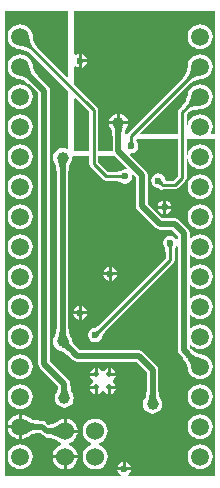
<source format=gbl>
G04*
G04 #@! TF.GenerationSoftware,Altium Limited,Altium Designer,19.0.10 (269)*
G04*
G04 Layer_Physical_Order=2*
G04 Layer_Color=16711680*
%FSLAX44Y44*%
%MOMM*%
G71*
G01*
G75*
%ADD11C,0.2500*%
%ADD12C,0.2540*%
%ADD40C,0.5000*%
%ADD41C,1.5240*%
%ADD42C,1.5000*%
%ADD43C,1.0000*%
%ADD44C,0.6000*%
%ADD45C,0.5000*%
G36*
X24166Y375408D02*
X24722Y372728D01*
X25060Y371527D01*
X25438Y370419D01*
X25856Y369404D01*
X26314Y368481D01*
X26811Y367652D01*
X27349Y366915D01*
X27926Y366272D01*
X26158Y364504D01*
X25515Y365081D01*
X24778Y365619D01*
X23949Y366116D01*
X23026Y366574D01*
X22011Y366992D01*
X20903Y367370D01*
X19702Y367708D01*
X17022Y368264D01*
X15543Y368483D01*
X23947Y376887D01*
X24166Y375408D01*
D02*
G37*
G36*
X57150Y342058D02*
X55977Y341572D01*
X30912Y366636D01*
X30884Y366777D01*
X30812Y367287D01*
X30769Y367359D01*
X30752Y367442D01*
X30466Y367870D01*
X30203Y368314D01*
X29729Y368843D01*
X29363Y369344D01*
X29000Y369950D01*
X28644Y370667D01*
X28303Y371495D01*
X27982Y372436D01*
X27695Y373454D01*
X27179Y375942D01*
X26973Y377334D01*
X26880Y377595D01*
X26740Y378661D01*
X25682Y381215D01*
X23999Y383409D01*
X21805Y385092D01*
X19251Y386150D01*
X16510Y386511D01*
X13769Y386150D01*
X11215Y385092D01*
X9021Y383409D01*
X7338Y381215D01*
X6280Y378661D01*
X5919Y375920D01*
X6280Y373179D01*
X7338Y370625D01*
X9021Y368431D01*
X11215Y366748D01*
X13769Y365690D01*
X14835Y365550D01*
X15096Y365457D01*
X16487Y365251D01*
X18976Y364735D01*
X19994Y364448D01*
X20935Y364127D01*
X21763Y363786D01*
X22480Y363430D01*
X23087Y363066D01*
X23587Y362701D01*
X24116Y362227D01*
X24559Y361964D01*
X24988Y361678D01*
X25071Y361661D01*
X25143Y361618D01*
X25653Y361545D01*
X25794Y361517D01*
X57150Y330161D01*
Y281287D01*
X55880Y280640D01*
X54373Y281264D01*
X52285Y281539D01*
X50197Y281264D01*
X48250Y280458D01*
X46579Y279176D01*
X45297Y277505D01*
X44491Y275558D01*
X44216Y273470D01*
X44491Y271382D01*
X45297Y269436D01*
X45714Y268892D01*
X45801Y268689D01*
X45992Y268412D01*
X46100Y268214D01*
X46215Y267948D01*
X46331Y267612D01*
X46440Y267203D01*
X46536Y266724D01*
X46611Y266209D01*
X46714Y264850D01*
X46727Y264087D01*
X46848Y263529D01*
X46959Y262969D01*
X46974Y262947D01*
X46980Y262921D01*
X47305Y262452D01*
X47391Y262323D01*
Y129042D01*
X47305Y128913D01*
X46980Y128444D01*
X46974Y128418D01*
X46959Y128396D01*
X46848Y127836D01*
X46727Y127278D01*
X46714Y126515D01*
X46611Y125156D01*
X46536Y124641D01*
X46440Y124162D01*
X46331Y123753D01*
X46215Y123417D01*
X46100Y123151D01*
X45992Y122953D01*
X45801Y122676D01*
X45714Y122473D01*
X45297Y121930D01*
X44491Y119983D01*
X44216Y117895D01*
X44491Y115807D01*
X45297Y113861D01*
X46579Y112189D01*
X48250Y110907D01*
X50197Y110101D01*
X50876Y110012D01*
X51081Y109930D01*
X51412Y109868D01*
X51628Y109805D01*
X51898Y109699D01*
X52217Y109542D01*
X52583Y109331D01*
X52990Y109060D01*
X53407Y108749D01*
X54441Y107860D01*
X54989Y107330D01*
X55469Y107021D01*
X55944Y106704D01*
X55970Y106699D01*
X55993Y106684D01*
X56555Y106582D01*
X56707Y106552D01*
X61309Y101949D01*
X62897Y100889D01*
X64770Y100516D01*
X114813D01*
X123616Y91713D01*
Y75917D01*
X123530Y75788D01*
X123205Y75319D01*
X123199Y75293D01*
X123184Y75271D01*
X123073Y74711D01*
X122952Y74153D01*
X122939Y73390D01*
X122836Y72031D01*
X122761Y71516D01*
X122665Y71037D01*
X122556Y70628D01*
X122440Y70292D01*
X122325Y70026D01*
X122217Y69828D01*
X122026Y69551D01*
X121939Y69348D01*
X121522Y68804D01*
X120716Y66858D01*
X120441Y64770D01*
X120716Y62682D01*
X121522Y60736D01*
X122804Y59064D01*
X124475Y57782D01*
X126422Y56976D01*
X128510Y56701D01*
X130598Y56976D01*
X132544Y57782D01*
X134216Y59064D01*
X135498Y60736D01*
X136304Y62682D01*
X136579Y64770D01*
X136304Y66858D01*
X135498Y68804D01*
X135081Y69348D01*
X134994Y69551D01*
X134803Y69828D01*
X134695Y70026D01*
X134580Y70292D01*
X134464Y70628D01*
X134355Y71037D01*
X134259Y71516D01*
X134184Y72031D01*
X134081Y73390D01*
X134068Y74153D01*
X133947Y74711D01*
X133836Y75271D01*
X133821Y75293D01*
X133815Y75319D01*
X133490Y75788D01*
X133404Y75917D01*
Y93740D01*
X133032Y95613D01*
X131971Y97201D01*
X120301Y108871D01*
X118713Y109931D01*
X116840Y110304D01*
X66797D01*
X63628Y113473D01*
X63597Y113625D01*
X63496Y114187D01*
X63481Y114210D01*
X63476Y114236D01*
X63159Y114711D01*
X62850Y115191D01*
X62320Y115739D01*
X61431Y116773D01*
X61120Y117190D01*
X60849Y117597D01*
X60638Y117963D01*
X60481Y118282D01*
X60375Y118552D01*
X60312Y118768D01*
X60251Y119099D01*
X60168Y119304D01*
X60079Y119983D01*
X59273Y121930D01*
X58856Y122473D01*
X58769Y122676D01*
X58578Y122953D01*
X58470Y123151D01*
X58355Y123417D01*
X58239Y123753D01*
X58130Y124162D01*
X58034Y124641D01*
X57959Y125156D01*
X57856Y126515D01*
X57843Y127278D01*
X57722Y127836D01*
X57611Y128396D01*
X57596Y128418D01*
X57590Y128444D01*
X57265Y128913D01*
X57179Y129042D01*
Y262323D01*
X57265Y262452D01*
X57590Y262921D01*
X57596Y262947D01*
X57611Y262969D01*
X57722Y263529D01*
X57843Y264087D01*
X57856Y264850D01*
X57959Y266209D01*
X58034Y266724D01*
X58130Y267204D01*
X58239Y267612D01*
X58355Y267948D01*
X58470Y268214D01*
X58578Y268412D01*
X58769Y268689D01*
X58856Y268892D01*
X59273Y269436D01*
X60079Y271382D01*
X60354Y273470D01*
X60249Y274268D01*
X61086Y275222D01*
X75121D01*
Y267970D01*
X75396Y266585D01*
X76181Y265411D01*
X86576Y255016D01*
X87750Y254231D01*
X89135Y253955D01*
X97829D01*
X97987Y253850D01*
X98446Y253527D01*
X98482Y253519D01*
X98512Y253499D01*
X99063Y253389D01*
X99611Y253267D01*
X100010Y253258D01*
X100309Y253236D01*
X100577Y253201D01*
X100814Y253156D01*
X101022Y253104D01*
X101202Y253045D01*
X101358Y252981D01*
X101492Y252915D01*
X101609Y252845D01*
X101813Y252701D01*
X102088Y252578D01*
X103069Y251923D01*
X105410Y251457D01*
X107751Y251923D01*
X109736Y253249D01*
X111062Y255234D01*
X111528Y257575D01*
X111369Y258374D01*
X112539Y259000D01*
X114486Y257053D01*
Y232410D01*
X114859Y230537D01*
X115919Y228949D01*
X131159Y213709D01*
X132747Y212649D01*
X134620Y212276D01*
X145293D01*
X150046Y207523D01*
Y204724D01*
X148776Y204339D01*
X147836Y205746D01*
X145851Y207072D01*
X143510Y207537D01*
X141169Y207072D01*
X139184Y205746D01*
X137858Y203761D01*
X137393Y201420D01*
X137858Y199079D01*
X138512Y198100D01*
X138635Y197825D01*
X138774Y197628D01*
X138838Y197519D01*
X138902Y197390D01*
X138963Y197238D01*
X139020Y197059D01*
X139072Y196851D01*
X139109Y196652D01*
X139174Y195996D01*
X139182Y195632D01*
X139304Y195083D01*
X139414Y194531D01*
X139434Y194502D01*
X139442Y194467D01*
X139765Y194006D01*
X139870Y193849D01*
Y188198D01*
X82790Y131117D01*
X82603Y131080D01*
X82050Y130983D01*
X82020Y130964D01*
X81985Y130957D01*
X81517Y130645D01*
X81043Y130343D01*
X80750Y130064D01*
X80520Y129865D01*
X80304Y129697D01*
X80103Y129559D01*
X79919Y129448D01*
X79752Y129362D01*
X79601Y129298D01*
X79465Y129252D01*
X79342Y129220D01*
X79105Y129179D01*
X78824Y129072D01*
X77669Y128842D01*
X75684Y127516D01*
X74358Y125531D01*
X73892Y123190D01*
X74358Y120849D01*
X75684Y118864D01*
X77669Y117538D01*
X80010Y117072D01*
X82351Y117538D01*
X84336Y118864D01*
X85662Y120849D01*
X85892Y122004D01*
X85999Y122285D01*
X86040Y122522D01*
X86072Y122645D01*
X86118Y122781D01*
X86182Y122931D01*
X86269Y123099D01*
X86379Y123283D01*
X86494Y123450D01*
X86911Y123959D01*
X87163Y124223D01*
X87465Y124697D01*
X87777Y125165D01*
X87784Y125200D01*
X87803Y125230D01*
X87900Y125784D01*
X87937Y125970D01*
X146084Y184116D01*
X146873Y185297D01*
X147150Y186690D01*
Y193849D01*
X147255Y194006D01*
X147578Y194467D01*
X147586Y194502D01*
X147606Y194531D01*
X147716Y195083D01*
X147838Y195632D01*
X147847Y196036D01*
X147869Y196340D01*
X147903Y196611D01*
X147948Y196851D01*
X148000Y197059D01*
X148057Y197238D01*
X148118Y197390D01*
X148182Y197519D01*
X148246Y197628D01*
X148385Y197825D01*
X148508Y198100D01*
X148776Y198501D01*
X150046Y198116D01*
Y110490D01*
X150419Y108617D01*
X151479Y107029D01*
X153861Y104648D01*
X153887Y104516D01*
X153978Y103974D01*
X154003Y103933D01*
X154013Y103885D01*
X154318Y103428D01*
X154609Y102962D01*
X155291Y102235D01*
X155850Y101558D01*
X156352Y100858D01*
X156802Y100135D01*
X157199Y99385D01*
X157547Y98607D01*
X157844Y97798D01*
X158092Y96955D01*
X158291Y96075D01*
X158453Y95067D01*
X158542Y94825D01*
X158680Y93779D01*
X159738Y91225D01*
X161421Y89031D01*
X163615Y87348D01*
X166169Y86290D01*
X168910Y85929D01*
X171651Y86290D01*
X174205Y87348D01*
X176399Y89031D01*
X178082Y91225D01*
X179140Y93779D01*
X179501Y96520D01*
X179140Y99261D01*
X178082Y101815D01*
X176399Y104009D01*
X174205Y105692D01*
X171651Y106750D01*
X170605Y106888D01*
X170363Y106977D01*
X169355Y107140D01*
X168475Y107338D01*
X167632Y107586D01*
X166823Y107883D01*
X166045Y108231D01*
X165295Y108628D01*
X164572Y109078D01*
X163872Y109581D01*
X163194Y110139D01*
X162468Y110821D01*
X162002Y111112D01*
X161545Y111417D01*
X161497Y111426D01*
X161455Y111452D01*
X160913Y111543D01*
X160783Y111569D01*
X159834Y112517D01*
Y114524D01*
X161037Y114933D01*
X161421Y114431D01*
X163615Y112748D01*
X166169Y111690D01*
X168910Y111329D01*
X171651Y111690D01*
X174205Y112748D01*
X176399Y114431D01*
X178082Y116625D01*
X179140Y119179D01*
X179501Y121920D01*
X179140Y124661D01*
X178082Y127215D01*
X176399Y129409D01*
X174205Y131092D01*
X171651Y132150D01*
X168910Y132511D01*
X166169Y132150D01*
X163615Y131092D01*
X161421Y129409D01*
X161037Y128907D01*
X159834Y129316D01*
Y139924D01*
X161037Y140333D01*
X161421Y139831D01*
X163615Y138148D01*
X166169Y137090D01*
X168910Y136729D01*
X171651Y137090D01*
X174205Y138148D01*
X176399Y139831D01*
X178082Y142025D01*
X179140Y144579D01*
X179501Y147320D01*
X179140Y150061D01*
X178082Y152615D01*
X176399Y154809D01*
X174205Y156492D01*
X171651Y157550D01*
X168910Y157911D01*
X166169Y157550D01*
X163615Y156492D01*
X161421Y154809D01*
X161037Y154307D01*
X159834Y154716D01*
Y165324D01*
X161037Y165733D01*
X161421Y165231D01*
X163615Y163548D01*
X166169Y162490D01*
X168910Y162129D01*
X171651Y162490D01*
X174205Y163548D01*
X176399Y165231D01*
X178082Y167425D01*
X179140Y169979D01*
X179501Y172720D01*
X179140Y175461D01*
X178082Y178015D01*
X176399Y180209D01*
X174205Y181892D01*
X171651Y182950D01*
X168910Y183311D01*
X166169Y182950D01*
X163615Y181892D01*
X161421Y180209D01*
X161037Y179707D01*
X159834Y180116D01*
Y190724D01*
X161037Y191133D01*
X161421Y190631D01*
X163615Y188948D01*
X166169Y187890D01*
X168910Y187529D01*
X171651Y187890D01*
X174205Y188948D01*
X176399Y190631D01*
X178082Y192825D01*
X179140Y195379D01*
X179501Y198120D01*
X179140Y200861D01*
X178082Y203415D01*
X176399Y205609D01*
X174205Y207292D01*
X171651Y208350D01*
X168910Y208711D01*
X166169Y208350D01*
X163615Y207292D01*
X161421Y205609D01*
X161037Y205107D01*
X159834Y205516D01*
Y209550D01*
X159461Y211423D01*
X158401Y213011D01*
X150781Y220631D01*
X149193Y221691D01*
X147320Y222064D01*
X136647D01*
X124274Y234437D01*
Y259080D01*
X123902Y260953D01*
X122841Y262541D01*
X109359Y276023D01*
X109984Y277193D01*
X110490Y277092D01*
X112831Y277558D01*
X114816Y278884D01*
X116142Y280869D01*
X116608Y283210D01*
X116142Y285551D01*
X115487Y286531D01*
X115364Y286807D01*
X115219Y287011D01*
X115150Y287128D01*
X115083Y287262D01*
X115020Y287418D01*
X114961Y287598D01*
X114909Y287806D01*
X114872Y288002D01*
X114843Y288290D01*
X115410Y289182D01*
X115681Y289422D01*
X115976Y289560D01*
X150050D01*
Y258039D01*
X145821Y253810D01*
X139898D01*
X139844Y253893D01*
X139759Y254045D01*
X139688Y254195D01*
X139629Y254344D01*
X139581Y254496D01*
X139543Y254653D01*
X139498Y254919D01*
X139387Y255208D01*
X139162Y256341D01*
X137836Y258326D01*
X135851Y259652D01*
X133510Y260117D01*
X131169Y259652D01*
X129184Y258326D01*
X127858Y256341D01*
X127393Y254000D01*
X127858Y251659D01*
X129184Y249674D01*
X131169Y248348D01*
X132302Y248123D01*
X132591Y248012D01*
X132857Y247967D01*
X133014Y247929D01*
X133166Y247881D01*
X133315Y247822D01*
X133465Y247751D01*
X133617Y247666D01*
X133773Y247565D01*
X133934Y247445D01*
X134101Y247304D01*
X134334Y247084D01*
X134803Y246789D01*
X135266Y246480D01*
X135308Y246472D01*
X135345Y246449D01*
X135891Y246356D01*
X136436Y246247D01*
X136479Y246256D01*
X136521Y246248D01*
X137062Y246372D01*
X137607Y246480D01*
X137643Y246504D01*
X137685Y246514D01*
X137765Y246570D01*
X147320D01*
X148705Y246846D01*
X149879Y247631D01*
X156229Y253981D01*
X157014Y255155D01*
X157289Y256540D01*
Y272413D01*
X158560Y272496D01*
X158680Y271579D01*
X159738Y269025D01*
X161421Y266831D01*
X163615Y265148D01*
X166169Y264090D01*
X168910Y263729D01*
X171651Y264090D01*
X174205Y265148D01*
X176399Y266831D01*
X178082Y269025D01*
X179140Y271579D01*
X179501Y274320D01*
X179140Y277061D01*
X178082Y279615D01*
X176399Y281809D01*
X174205Y283492D01*
X171651Y284550D01*
X168910Y284911D01*
X166169Y284550D01*
X163615Y283492D01*
X161421Y281809D01*
X159738Y279615D01*
X158680Y277061D01*
X158560Y276144D01*
X157289Y276227D01*
Y289560D01*
X166001D01*
X166169Y289490D01*
X168910Y289129D01*
X171651Y289490D01*
X171819Y289560D01*
X181610D01*
Y3640D01*
X107913D01*
X107528Y4910D01*
X108911Y5834D01*
X110237Y7819D01*
X110454Y8910D01*
X98716D01*
X98933Y7819D01*
X100259Y5834D01*
X101643Y4910D01*
X101257Y3640D01*
X3810D01*
Y397680D01*
X57150D01*
Y342058D01*
D02*
G37*
G36*
X169877Y343083D02*
X168398Y342864D01*
X165718Y342308D01*
X164517Y341970D01*
X163409Y341592D01*
X162394Y341174D01*
X161471Y340716D01*
X160642Y340219D01*
X159905Y339681D01*
X159262Y339104D01*
X157494Y340872D01*
X158071Y341515D01*
X158609Y342252D01*
X159106Y343081D01*
X159564Y344004D01*
X159982Y345019D01*
X160360Y346127D01*
X160698Y347328D01*
X161254Y350008D01*
X161473Y351487D01*
X169877Y343083D01*
D02*
G37*
G36*
X169142Y317624D02*
X167537Y317548D01*
X164664Y317250D01*
X163396Y317029D01*
X162240Y316758D01*
X161197Y316439D01*
X160265Y316071D01*
X159446Y315655D01*
X158740Y315190D01*
X158146Y314676D01*
X156738Y316804D01*
X157381Y317499D01*
X157989Y318261D01*
X158563Y319092D01*
X159102Y319992D01*
X159606Y320960D01*
X160075Y321996D01*
X160910Y324273D01*
X161275Y325514D01*
X161606Y326823D01*
X169142Y317624D01*
D02*
G37*
G36*
X181610Y293370D02*
X178686D01*
X178171Y294640D01*
X179140Y296979D01*
X179501Y299720D01*
X179140Y302461D01*
X178082Y305015D01*
X176399Y307209D01*
X174205Y308892D01*
X171651Y309950D01*
X168910Y310311D01*
X166169Y309950D01*
X163615Y308892D01*
X161421Y307209D01*
X159738Y305015D01*
X158680Y302461D01*
X158560Y301544D01*
X157289Y301627D01*
Y310469D01*
X158495Y311674D01*
X158728Y311673D01*
X158912Y311748D01*
X159108Y311773D01*
X159459Y311972D01*
X159833Y312125D01*
X159974Y312264D01*
X160146Y312362D01*
X160589Y312745D01*
X160985Y313006D01*
X161523Y313279D01*
X162207Y313550D01*
X163036Y313803D01*
X164008Y314030D01*
X165085Y314219D01*
X167767Y314497D01*
X168792Y314545D01*
X168910Y314529D01*
X169159Y314562D01*
X169286Y314568D01*
X169378Y314591D01*
X171651Y314890D01*
X174205Y315948D01*
X176399Y317631D01*
X178082Y319825D01*
X179140Y322379D01*
X179501Y325120D01*
X179140Y327861D01*
X178082Y330415D01*
X176399Y332609D01*
X174205Y334292D01*
X171651Y335350D01*
X168910Y335711D01*
X166169Y335350D01*
X163615Y334292D01*
X161421Y332609D01*
X159738Y330415D01*
X158680Y327861D01*
X158643Y327578D01*
X158640Y327572D01*
X158324Y326320D01*
X158004Y325232D01*
X157242Y323155D01*
X156854Y322298D01*
X156431Y321486D01*
X155989Y320748D01*
X155532Y320085D01*
X155060Y319494D01*
X154494Y318882D01*
X154370Y318681D01*
X154203Y318516D01*
X154061Y318178D01*
X153869Y317865D01*
X153832Y317633D01*
X153741Y317415D01*
X153740Y317157D01*
X151111Y314527D01*
X150326Y313353D01*
X150050Y311968D01*
Y293370D01*
X118538Y293370D01*
X118052Y294543D01*
X159626Y336118D01*
X159767Y336146D01*
X160277Y336218D01*
X160349Y336261D01*
X160432Y336278D01*
X160860Y336564D01*
X161304Y336827D01*
X161833Y337301D01*
X162334Y337667D01*
X162940Y338031D01*
X163657Y338386D01*
X164485Y338727D01*
X165426Y339048D01*
X166444Y339335D01*
X168932Y339851D01*
X170324Y340057D01*
X170585Y340150D01*
X171651Y340290D01*
X174205Y341348D01*
X176399Y343031D01*
X178082Y345225D01*
X179140Y347779D01*
X179501Y350520D01*
X179140Y353261D01*
X178082Y355815D01*
X176399Y358009D01*
X174205Y359692D01*
X171651Y360750D01*
X168910Y361111D01*
X166169Y360750D01*
X163615Y359692D01*
X161421Y358009D01*
X159738Y355815D01*
X158680Y353261D01*
X158540Y352196D01*
X158447Y351934D01*
X158241Y350543D01*
X157725Y348054D01*
X157438Y347036D01*
X157117Y346095D01*
X156776Y345267D01*
X156420Y344550D01*
X156056Y343943D01*
X155691Y343443D01*
X155217Y342914D01*
X154954Y342471D01*
X154668Y342042D01*
X154651Y341959D01*
X154608Y341887D01*
X154536Y341377D01*
X154508Y341236D01*
X107931Y294659D01*
X107428Y293908D01*
X106116Y293692D01*
X105902Y293735D01*
X105698Y293889D01*
X105209Y294640D01*
X105284Y295639D01*
X105359Y296154D01*
X105455Y296633D01*
X105564Y297042D01*
X105680Y297378D01*
X105795Y297644D01*
X105903Y297841D01*
X106094Y298119D01*
X106181Y298322D01*
X106598Y298865D01*
X107404Y300812D01*
X107514Y301650D01*
X91706D01*
X91816Y300812D01*
X92622Y298865D01*
X93039Y298322D01*
X93126Y298119D01*
X93316Y297841D01*
X93425Y297644D01*
X93540Y297378D01*
X93656Y297042D01*
X93765Y296633D01*
X93861Y296154D01*
X93936Y295639D01*
X94038Y294280D01*
X94052Y293517D01*
X94173Y292959D01*
X94284Y292399D01*
X94299Y292377D01*
X94305Y292351D01*
X94630Y291882D01*
X94716Y291753D01*
Y279400D01*
X82360Y279400D01*
Y313690D01*
X82084Y315075D01*
X81299Y316249D01*
X62230Y335319D01*
Y350291D01*
X63500Y350930D01*
X64969Y349948D01*
X66060Y349731D01*
Y355600D01*
Y361469D01*
X64969Y361252D01*
X63500Y360270D01*
X62230Y360909D01*
Y397680D01*
X181610D01*
X181610Y293370D01*
D02*
G37*
G36*
X103294Y299445D02*
X103046Y298991D01*
X102826Y298487D01*
X102636Y297934D01*
X102476Y297330D01*
X102344Y296677D01*
X102241Y295975D01*
X102125Y294421D01*
X102110Y293570D01*
X97110D01*
X97095Y294421D01*
X96978Y295975D01*
X96876Y296677D01*
X96744Y297330D01*
X96584Y297934D01*
X96394Y298487D01*
X96174Y298991D01*
X95926Y299445D01*
X95648Y299850D01*
X103572D01*
X103294Y299445D01*
D02*
G37*
G36*
X111751Y288460D02*
X111841Y287565D01*
X111920Y287146D01*
X112022Y286746D01*
X112146Y286366D01*
X112292Y286006D01*
X112461Y285665D01*
X112653Y285343D01*
X112867Y285040D01*
X108113D01*
X108327Y285343D01*
X108519Y285665D01*
X108688Y286006D01*
X108834Y286366D01*
X108958Y286746D01*
X109060Y287146D01*
X109138Y287565D01*
X109195Y288003D01*
X109229Y288460D01*
X109240Y288937D01*
X111740D01*
X111751Y288460D01*
D02*
G37*
G36*
X75121Y312191D02*
Y279400D01*
X62230Y279400D01*
Y323422D01*
X63403Y323908D01*
X75121Y312191D01*
D02*
G37*
G36*
X55969Y270015D02*
X55721Y269561D01*
X55501Y269057D01*
X55311Y268504D01*
X55150Y267900D01*
X55019Y267248D01*
X54917Y266545D01*
X54800Y264991D01*
X54785Y264140D01*
X49785D01*
X49770Y264991D01*
X49653Y266545D01*
X49551Y267248D01*
X49419Y267900D01*
X49259Y268504D01*
X49069Y269057D01*
X48849Y269561D01*
X48601Y270015D01*
X48323Y270420D01*
X56247D01*
X55969Y270015D01*
D02*
G37*
G36*
X106835Y264704D02*
X106209Y263534D01*
X105410Y263692D01*
X103069Y263227D01*
X102089Y262572D01*
X101813Y262449D01*
X101609Y262304D01*
X101492Y262235D01*
X101358Y262168D01*
X101202Y262105D01*
X101022Y262046D01*
X100814Y261994D01*
X100618Y261957D01*
X99970Y261891D01*
X99611Y261883D01*
X99063Y261761D01*
X98512Y261651D01*
X98482Y261630D01*
X98446Y261623D01*
X97986Y261300D01*
X97829Y261194D01*
X90634D01*
X82360Y269469D01*
Y275222D01*
X96316D01*
X106835Y264704D01*
D02*
G37*
G36*
X103580Y255198D02*
X103278Y255412D01*
X102956Y255604D01*
X102614Y255773D01*
X102254Y255919D01*
X101874Y256043D01*
X101474Y256145D01*
X101055Y256224D01*
X100617Y256280D01*
X100160Y256314D01*
X99683Y256325D01*
Y258825D01*
X100160Y258836D01*
X101055Y258926D01*
X101474Y259005D01*
X101874Y259107D01*
X102254Y259231D01*
X102614Y259377D01*
X102956Y259546D01*
X103278Y259738D01*
X103580Y259952D01*
Y255198D01*
D02*
G37*
G36*
X136545Y254036D02*
X136633Y253675D01*
X136744Y253322D01*
X136880Y252977D01*
X137040Y252640D01*
X137224Y252311D01*
X137433Y251990D01*
X137665Y251677D01*
X137922Y251371D01*
X138204Y251074D01*
X136436Y249306D01*
X136139Y249587D01*
X135833Y249845D01*
X135520Y250077D01*
X135199Y250286D01*
X134870Y250470D01*
X134532Y250630D01*
X134188Y250766D01*
X133835Y250877D01*
X133474Y250965D01*
X133105Y251027D01*
X136483Y254405D01*
X136545Y254036D01*
D02*
G37*
G36*
X145677Y199292D02*
X145489Y198974D01*
X145323Y198636D01*
X145179Y198277D01*
X145057Y197899D01*
X144957Y197500D01*
X144880Y197081D01*
X144824Y196642D01*
X144791Y196182D01*
X144780Y195702D01*
X142240D01*
X142229Y196182D01*
X142140Y197081D01*
X142063Y197500D01*
X141963Y197899D01*
X141841Y198277D01*
X141698Y198636D01*
X141531Y198974D01*
X141343Y199292D01*
X141133Y199590D01*
X145887D01*
X145677Y199292D01*
D02*
G37*
G36*
X84951Y126335D02*
X84620Y125988D01*
X84047Y125290D01*
X83805Y124939D01*
X83594Y124586D01*
X83412Y124232D01*
X83260Y123877D01*
X83139Y123520D01*
X83047Y123162D01*
X82985Y122803D01*
X79623Y126165D01*
X79982Y126227D01*
X80340Y126319D01*
X80697Y126440D01*
X81052Y126592D01*
X81406Y126774D01*
X81759Y126985D01*
X82110Y127227D01*
X82460Y127498D01*
X82808Y127800D01*
X83155Y128131D01*
X84951Y126335D01*
D02*
G37*
G36*
X54800Y126374D02*
X54917Y124820D01*
X55019Y124117D01*
X55150Y123465D01*
X55311Y122861D01*
X55501Y122308D01*
X55721Y121804D01*
X55969Y121350D01*
X56247Y120945D01*
X48323D01*
X48601Y121350D01*
X48849Y121804D01*
X49069Y122308D01*
X49259Y122861D01*
X49419Y123465D01*
X49551Y124117D01*
X49653Y124820D01*
X49770Y126374D01*
X49785Y127225D01*
X54785D01*
X54800Y126374D01*
D02*
G37*
G36*
X57333Y118057D02*
X57478Y117560D01*
X57680Y117049D01*
X57937Y116523D01*
X58250Y115983D01*
X58618Y115428D01*
X59043Y114859D01*
X60058Y113678D01*
X60650Y113065D01*
X57115Y109530D01*
X56502Y110121D01*
X55321Y111138D01*
X54752Y111562D01*
X54197Y111931D01*
X53657Y112243D01*
X53131Y112500D01*
X52620Y112702D01*
X52123Y112847D01*
X51640Y112937D01*
X57243Y118540D01*
X57333Y118057D01*
D02*
G37*
G36*
X161173Y107842D02*
X162004Y107156D01*
X162870Y106534D01*
X163770Y105975D01*
X164703Y105480D01*
X165670Y105048D01*
X166671Y104680D01*
X167706Y104376D01*
X168775Y104135D01*
X169877Y103957D01*
X161473Y95553D01*
X161295Y96655D01*
X161054Y97724D01*
X160750Y98759D01*
X160382Y99760D01*
X159950Y100727D01*
X159455Y101660D01*
X158896Y102560D01*
X158274Y103426D01*
X157588Y104257D01*
X156839Y105056D01*
X160375Y108591D01*
X161173Y107842D01*
D02*
G37*
G36*
X131025Y73249D02*
X131142Y71695D01*
X131244Y70992D01*
X131376Y70340D01*
X131536Y69736D01*
X131726Y69183D01*
X131946Y68679D01*
X132194Y68225D01*
X132472Y67820D01*
X124548D01*
X124826Y68225D01*
X125074Y68679D01*
X125294Y69183D01*
X125484Y69736D01*
X125645Y70340D01*
X125776Y70992D01*
X125878Y71695D01*
X125995Y73249D01*
X126010Y74100D01*
X131010D01*
X131025Y73249D01*
D02*
G37*
%LPC*%
G36*
X16510Y335711D02*
X13769Y335350D01*
X11215Y334292D01*
X9021Y332609D01*
X7338Y330415D01*
X6280Y327861D01*
X5919Y325120D01*
X6280Y322379D01*
X7338Y319825D01*
X9021Y317631D01*
X11215Y315948D01*
X13769Y314890D01*
X16510Y314529D01*
X19251Y314890D01*
X21805Y315948D01*
X23999Y317631D01*
X25682Y319825D01*
X26740Y322379D01*
X27101Y325120D01*
X26740Y327861D01*
X25682Y330415D01*
X23999Y332609D01*
X21805Y334292D01*
X19251Y335350D01*
X16510Y335711D01*
D02*
G37*
G36*
Y310311D02*
X13769Y309950D01*
X11215Y308892D01*
X9021Y307209D01*
X7338Y305015D01*
X6280Y302461D01*
X5919Y299720D01*
X6280Y296979D01*
X7338Y294425D01*
X9021Y292231D01*
X11215Y290548D01*
X13769Y289490D01*
X16510Y289129D01*
X19251Y289490D01*
X21805Y290548D01*
X23999Y292231D01*
X25682Y294425D01*
X26740Y296979D01*
X27101Y299720D01*
X26740Y302461D01*
X25682Y305015D01*
X23999Y307209D01*
X21805Y308892D01*
X19251Y309950D01*
X16510Y310311D01*
D02*
G37*
G36*
Y284911D02*
X13769Y284550D01*
X11215Y283492D01*
X9021Y281809D01*
X7338Y279615D01*
X6280Y277061D01*
X5919Y274320D01*
X6280Y271579D01*
X7338Y269025D01*
X9021Y266831D01*
X11215Y265148D01*
X13769Y264090D01*
X16510Y263729D01*
X19251Y264090D01*
X21805Y265148D01*
X23999Y266831D01*
X25682Y269025D01*
X26740Y271579D01*
X27101Y274320D01*
X26740Y277061D01*
X25682Y279615D01*
X23999Y281809D01*
X21805Y283492D01*
X19251Y284550D01*
X16510Y284911D01*
D02*
G37*
G36*
X168910Y259511D02*
X166169Y259150D01*
X163615Y258092D01*
X161421Y256409D01*
X159738Y254215D01*
X158680Y251661D01*
X158319Y248920D01*
X158680Y246179D01*
X159738Y243625D01*
X161421Y241431D01*
X163615Y239748D01*
X166169Y238690D01*
X168910Y238329D01*
X171651Y238690D01*
X174205Y239748D01*
X176399Y241431D01*
X178082Y243625D01*
X179140Y246179D01*
X179501Y248920D01*
X179140Y251661D01*
X178082Y254215D01*
X176399Y256409D01*
X174205Y258092D01*
X171651Y259150D01*
X168910Y259511D01*
D02*
G37*
G36*
X16510D02*
X13769Y259150D01*
X11215Y258092D01*
X9021Y256409D01*
X7338Y254215D01*
X6280Y251661D01*
X5919Y248920D01*
X6280Y246179D01*
X7338Y243625D01*
X9021Y241431D01*
X11215Y239748D01*
X13769Y238690D01*
X16510Y238329D01*
X19251Y238690D01*
X21805Y239748D01*
X23999Y241431D01*
X25682Y243625D01*
X26740Y246179D01*
X27101Y248920D01*
X26740Y251661D01*
X25682Y254215D01*
X23999Y256409D01*
X21805Y258092D01*
X19251Y259150D01*
X16510Y259511D01*
D02*
G37*
G36*
X139920Y237249D02*
Y232630D01*
X144539D01*
X144322Y233721D01*
X142996Y235706D01*
X141011Y237032D01*
X139920Y237249D01*
D02*
G37*
G36*
X137420D02*
X136329Y237032D01*
X134344Y235706D01*
X133018Y233721D01*
X132801Y232630D01*
X137420D01*
Y237249D01*
D02*
G37*
G36*
X144539Y230130D02*
X139920D01*
Y225511D01*
X141011Y225728D01*
X142996Y227054D01*
X144322Y229039D01*
X144539Y230130D01*
D02*
G37*
G36*
X137420D02*
X132801D01*
X133018Y229039D01*
X134344Y227054D01*
X136329Y225728D01*
X137420Y225511D01*
Y230130D01*
D02*
G37*
G36*
X168910Y234111D02*
X166169Y233750D01*
X163615Y232692D01*
X161421Y231009D01*
X159738Y228815D01*
X158680Y226261D01*
X158319Y223520D01*
X158680Y220779D01*
X159738Y218225D01*
X161421Y216031D01*
X163615Y214348D01*
X166169Y213290D01*
X168910Y212929D01*
X171651Y213290D01*
X174205Y214348D01*
X176399Y216031D01*
X178082Y218225D01*
X179140Y220779D01*
X179501Y223520D01*
X179140Y226261D01*
X178082Y228815D01*
X176399Y231009D01*
X174205Y232692D01*
X171651Y233750D01*
X168910Y234111D01*
D02*
G37*
G36*
X16510D02*
X13769Y233750D01*
X11215Y232692D01*
X9021Y231009D01*
X7338Y228815D01*
X6280Y226261D01*
X5919Y223520D01*
X6280Y220779D01*
X7338Y218225D01*
X9021Y216031D01*
X11215Y214348D01*
X13769Y213290D01*
X16510Y212929D01*
X19251Y213290D01*
X21805Y214348D01*
X23999Y216031D01*
X25682Y218225D01*
X26740Y220779D01*
X27101Y223520D01*
X26740Y226261D01*
X25682Y228815D01*
X23999Y231009D01*
X21805Y232692D01*
X19251Y233750D01*
X16510Y234111D01*
D02*
G37*
G36*
Y208711D02*
X13769Y208350D01*
X11215Y207292D01*
X9021Y205609D01*
X7338Y203415D01*
X6280Y200861D01*
X5919Y198120D01*
X6280Y195379D01*
X7338Y192825D01*
X9021Y190631D01*
X11215Y188948D01*
X13769Y187890D01*
X16510Y187529D01*
X19251Y187890D01*
X21805Y188948D01*
X23999Y190631D01*
X25682Y192825D01*
X26740Y195379D01*
X27101Y198120D01*
X26740Y200861D01*
X25682Y203415D01*
X23999Y205609D01*
X21805Y207292D01*
X19251Y208350D01*
X16510Y208711D01*
D02*
G37*
G36*
X93960Y181129D02*
Y176510D01*
X98579D01*
X98362Y177601D01*
X97036Y179586D01*
X95051Y180912D01*
X93960Y181129D01*
D02*
G37*
G36*
X91460D02*
X90369Y180912D01*
X88384Y179586D01*
X87058Y177601D01*
X86841Y176510D01*
X91460D01*
Y181129D01*
D02*
G37*
G36*
X98579Y174010D02*
X93960D01*
Y169391D01*
X95051Y169608D01*
X97036Y170934D01*
X98362Y172919D01*
X98579Y174010D01*
D02*
G37*
G36*
X91460D02*
X86841D01*
X87058Y172919D01*
X88384Y170934D01*
X90369Y169608D01*
X91460Y169391D01*
Y174010D01*
D02*
G37*
G36*
X16510Y183311D02*
X13769Y182950D01*
X11215Y181892D01*
X9021Y180209D01*
X7338Y178015D01*
X6280Y175461D01*
X5919Y172720D01*
X6280Y169979D01*
X7338Y167425D01*
X9021Y165231D01*
X11215Y163548D01*
X13769Y162490D01*
X16510Y162129D01*
X19251Y162490D01*
X21805Y163548D01*
X23999Y165231D01*
X25682Y167425D01*
X26740Y169979D01*
X27101Y172720D01*
X26740Y175461D01*
X25682Y178015D01*
X23999Y180209D01*
X21805Y181892D01*
X19251Y182950D01*
X16510Y183311D01*
D02*
G37*
G36*
X68560Y148109D02*
Y143490D01*
X73179D01*
X72962Y144581D01*
X71636Y146566D01*
X69651Y147892D01*
X68560Y148109D01*
D02*
G37*
G36*
X66060D02*
X64969Y147892D01*
X62984Y146566D01*
X61658Y144581D01*
X61441Y143490D01*
X66060D01*
Y148109D01*
D02*
G37*
G36*
X16510Y157911D02*
X13769Y157550D01*
X11215Y156492D01*
X9021Y154809D01*
X7338Y152615D01*
X6280Y150061D01*
X5919Y147320D01*
X6280Y144579D01*
X7338Y142025D01*
X9021Y139831D01*
X11215Y138148D01*
X13769Y137090D01*
X16510Y136729D01*
X19251Y137090D01*
X21805Y138148D01*
X23999Y139831D01*
X25682Y142025D01*
X26740Y144579D01*
X27101Y147320D01*
X26740Y150061D01*
X25682Y152615D01*
X23999Y154809D01*
X21805Y156492D01*
X19251Y157550D01*
X16510Y157911D01*
D02*
G37*
G36*
X73179Y140990D02*
X68560D01*
Y136371D01*
X69651Y136588D01*
X71636Y137914D01*
X72962Y139899D01*
X73179Y140990D01*
D02*
G37*
G36*
X66060D02*
X61441D01*
X61658Y139899D01*
X62984Y137914D01*
X64969Y136588D01*
X66060Y136371D01*
Y140990D01*
D02*
G37*
G36*
X16510Y132511D02*
X13769Y132150D01*
X11215Y131092D01*
X9021Y129409D01*
X7338Y127215D01*
X6280Y124661D01*
X5919Y121920D01*
X6280Y119179D01*
X7338Y116625D01*
X9021Y114431D01*
X11215Y112748D01*
X13769Y111690D01*
X16510Y111329D01*
X19251Y111690D01*
X21805Y112748D01*
X23999Y114431D01*
X25682Y116625D01*
X26740Y119179D01*
X27101Y121920D01*
X26740Y124661D01*
X25682Y127215D01*
X23999Y129409D01*
X21805Y131092D01*
X19251Y132150D01*
X16510Y132511D01*
D02*
G37*
G36*
X90610Y95319D02*
X89714Y95141D01*
X87895Y93925D01*
X87109Y92750D01*
X85611D01*
X84825Y93925D01*
X83006Y95141D01*
X82110Y95319D01*
Y89960D01*
X80860D01*
Y88710D01*
X75501D01*
X75679Y87814D01*
X76895Y85995D01*
X78070Y85209D01*
Y83711D01*
X76895Y82925D01*
X75679Y81106D01*
X75501Y80210D01*
X80860D01*
Y78960D01*
X82110D01*
Y73601D01*
X83006Y73779D01*
X84825Y74995D01*
X85611Y76170D01*
X87109D01*
X87895Y74995D01*
X89714Y73779D01*
X90610Y73601D01*
Y78960D01*
X91860D01*
Y80210D01*
X97219D01*
X97041Y81106D01*
X95825Y82925D01*
X94650Y83711D01*
Y85209D01*
X95825Y85995D01*
X97041Y87814D01*
X97219Y88710D01*
X91860D01*
Y89960D01*
X90610D01*
Y95319D01*
D02*
G37*
G36*
X93110D02*
Y91210D01*
X97219D01*
X97041Y92106D01*
X95825Y93925D01*
X94006Y95141D01*
X93110Y95319D01*
D02*
G37*
G36*
X79610D02*
X78714Y95141D01*
X76895Y93925D01*
X75679Y92106D01*
X75501Y91210D01*
X79610D01*
Y95319D01*
D02*
G37*
G36*
X16510Y107111D02*
X13769Y106750D01*
X11215Y105692D01*
X9021Y104009D01*
X7338Y101815D01*
X6280Y99261D01*
X5919Y96520D01*
X6280Y93779D01*
X7338Y91225D01*
X9021Y89031D01*
X11215Y87348D01*
X13769Y86290D01*
X16510Y85929D01*
X19251Y86290D01*
X21805Y87348D01*
X23999Y89031D01*
X25682Y91225D01*
X26740Y93779D01*
X27101Y96520D01*
X26740Y99261D01*
X25682Y101815D01*
X23999Y104009D01*
X21805Y105692D01*
X19251Y106750D01*
X16510Y107111D01*
D02*
G37*
G36*
X97219Y77710D02*
X93110D01*
Y73601D01*
X94006Y73779D01*
X95825Y74995D01*
X97041Y76814D01*
X97219Y77710D01*
D02*
G37*
G36*
X79610D02*
X75501D01*
X75679Y76814D01*
X76895Y74995D01*
X78714Y73779D01*
X79610Y73601D01*
Y77710D01*
D02*
G37*
G36*
X16510Y361111D02*
X13769Y360750D01*
X11215Y359692D01*
X9021Y358009D01*
X7338Y355815D01*
X6280Y353261D01*
X5919Y350520D01*
X6280Y347779D01*
X7338Y345225D01*
X9021Y343031D01*
X11215Y341348D01*
X13769Y340290D01*
X14815Y340153D01*
X15057Y340063D01*
X16065Y339901D01*
X16945Y339702D01*
X17788Y339454D01*
X18598Y339156D01*
X19375Y338809D01*
X20125Y338412D01*
X20848Y337962D01*
X21548Y337460D01*
X22226Y336901D01*
X22952Y336219D01*
X23418Y335928D01*
X23875Y335623D01*
X23923Y335614D01*
X23965Y335588D01*
X24507Y335497D01*
X24637Y335471D01*
X31936Y328173D01*
Y99060D01*
X32308Y97187D01*
X33369Y95599D01*
X48517Y80452D01*
X48480Y80399D01*
X48474Y80373D01*
X48459Y80351D01*
X48348Y79791D01*
X48227Y79233D01*
X48214Y78470D01*
X48111Y77111D01*
X48036Y76596D01*
X47940Y76116D01*
X47831Y75708D01*
X47715Y75372D01*
X47600Y75106D01*
X47492Y74908D01*
X47301Y74631D01*
X47214Y74428D01*
X46797Y73885D01*
X45991Y71938D01*
X45716Y69850D01*
X45991Y67762D01*
X46797Y65816D01*
X48079Y64144D01*
X49750Y62862D01*
X51697Y62056D01*
X53785Y61781D01*
X55873Y62056D01*
X57819Y62862D01*
X59491Y64144D01*
X60773Y65816D01*
X61579Y67762D01*
X61854Y69850D01*
X61579Y71938D01*
X60773Y73885D01*
X60356Y74428D01*
X60269Y74631D01*
X60078Y74908D01*
X59970Y75106D01*
X59855Y75372D01*
X59739Y75708D01*
X59630Y76117D01*
X59534Y76596D01*
X59459Y77111D01*
X59356Y78470D01*
X59343Y79233D01*
X59222Y79791D01*
X59111Y80351D01*
X59096Y80373D01*
X59090Y80399D01*
X58765Y80868D01*
X58679Y80997D01*
Y82105D01*
X58306Y83978D01*
X57246Y85566D01*
X41724Y101087D01*
Y330200D01*
X41351Y332073D01*
X40291Y333661D01*
X31559Y342393D01*
X31533Y342524D01*
X31442Y343066D01*
X31416Y343107D01*
X31407Y343155D01*
X31102Y343612D01*
X30811Y344078D01*
X30129Y344804D01*
X29570Y345482D01*
X29068Y346181D01*
X28618Y346905D01*
X28221Y347654D01*
X27873Y348433D01*
X27576Y349242D01*
X27328Y350085D01*
X27129Y350965D01*
X26967Y351973D01*
X26877Y352215D01*
X26740Y353261D01*
X25682Y355815D01*
X23999Y358009D01*
X21805Y359692D01*
X19251Y360750D01*
X16510Y361111D01*
D02*
G37*
G36*
X168910Y81711D02*
X166169Y81350D01*
X163615Y80292D01*
X161421Y78609D01*
X159738Y76415D01*
X158680Y73861D01*
X158319Y71120D01*
X158680Y68379D01*
X159738Y65825D01*
X161421Y63631D01*
X163615Y61948D01*
X166169Y60890D01*
X168910Y60529D01*
X171651Y60890D01*
X174205Y61948D01*
X176399Y63631D01*
X178082Y65825D01*
X179140Y68379D01*
X179501Y71120D01*
X179140Y73861D01*
X178082Y76415D01*
X176399Y78609D01*
X174205Y80292D01*
X171651Y81350D01*
X168910Y81711D01*
D02*
G37*
G36*
X16510D02*
X13769Y81350D01*
X11215Y80292D01*
X9021Y78609D01*
X7338Y76415D01*
X6280Y73861D01*
X5919Y71120D01*
X6280Y68379D01*
X7338Y65825D01*
X9021Y63631D01*
X11215Y61948D01*
X13769Y60890D01*
X16510Y60529D01*
X19251Y60890D01*
X21805Y61948D01*
X23999Y63631D01*
X25682Y65825D01*
X26740Y68379D01*
X27101Y71120D01*
X26740Y73861D01*
X25682Y76415D01*
X23999Y78609D01*
X21805Y80292D01*
X19251Y81350D01*
X16510Y81711D01*
D02*
G37*
G36*
X15260Y56146D02*
X13769Y55950D01*
X11215Y54892D01*
X9021Y53209D01*
X7338Y51015D01*
X6280Y48461D01*
X6084Y46970D01*
X15260D01*
Y56146D01*
D02*
G37*
G36*
X55860Y52457D02*
Y43160D01*
X65157D01*
X64957Y44682D01*
X63887Y47266D01*
X62184Y49484D01*
X59966Y51187D01*
X57382Y52257D01*
X55860Y52457D01*
D02*
G37*
G36*
X15260Y44470D02*
X6084D01*
X6280Y42979D01*
X7338Y40425D01*
X9021Y38231D01*
X11215Y36548D01*
X13769Y35490D01*
X15260Y35294D01*
Y44470D01*
D02*
G37*
G36*
X168910Y56311D02*
X166169Y55950D01*
X163615Y54892D01*
X161421Y53209D01*
X159738Y51015D01*
X158680Y48461D01*
X158319Y45720D01*
X158680Y42979D01*
X159738Y40425D01*
X161421Y38231D01*
X163615Y36548D01*
X166169Y35490D01*
X168910Y35129D01*
X171651Y35490D01*
X174205Y36548D01*
X176399Y38231D01*
X178082Y40425D01*
X179140Y42979D01*
X179501Y45720D01*
X179140Y48461D01*
X178082Y51015D01*
X176399Y53209D01*
X174205Y54892D01*
X171651Y55950D01*
X168910Y56311D01*
D02*
G37*
G36*
X17760Y56146D02*
Y45720D01*
Y35294D01*
X19251Y35490D01*
X21805Y36548D01*
X22642Y37191D01*
X22877Y37298D01*
X23705Y37896D01*
X24467Y38378D01*
X25238Y38799D01*
X26021Y39161D01*
X26817Y39465D01*
X27628Y39714D01*
X28457Y39908D01*
X29308Y40047D01*
X30182Y40131D01*
X31177Y40163D01*
X31713Y40287D01*
X32252Y40394D01*
X32292Y40421D01*
X32340Y40432D01*
X32787Y40752D01*
X32898Y40826D01*
X33163D01*
X35539Y38449D01*
X37127Y37389D01*
X37590Y37296D01*
X37601Y37288D01*
X37629Y37247D01*
X38085Y36942D01*
X38531Y36623D01*
X38580Y36612D01*
X38621Y36584D01*
X39160Y36477D01*
X39694Y36353D01*
X40699Y36321D01*
X41582Y36234D01*
X42445Y36091D01*
X43288Y35891D01*
X44116Y35635D01*
X44930Y35320D01*
X45734Y34946D01*
X46528Y34510D01*
X47316Y34011D01*
X48169Y33394D01*
X48404Y33286D01*
X49254Y32633D01*
X51261Y31802D01*
Y30428D01*
X49254Y29597D01*
X47036Y27894D01*
X45333Y25676D01*
X44263Y23092D01*
X44063Y21570D01*
X54610D01*
X65157D01*
X64957Y23092D01*
X63887Y25676D01*
X62184Y27894D01*
X59966Y29597D01*
X57959Y30428D01*
Y31802D01*
X59966Y32633D01*
X62184Y34336D01*
X63887Y36554D01*
X64957Y39138D01*
X65157Y40660D01*
X54610D01*
Y41910D01*
X53360D01*
Y52457D01*
X51838Y52257D01*
X49254Y51187D01*
X48404Y50534D01*
X48169Y50426D01*
X47316Y49809D01*
X46529Y49310D01*
X45734Y48874D01*
X44930Y48500D01*
X44116Y48185D01*
X43288Y47929D01*
X42445Y47729D01*
X41582Y47586D01*
X40699Y47499D01*
X40343Y47488D01*
X38651Y49181D01*
X37063Y50241D01*
X35190Y50614D01*
X32898D01*
X32787Y50688D01*
X32340Y51008D01*
X32292Y51019D01*
X32252Y51046D01*
X31712Y51153D01*
X31177Y51277D01*
X30182Y51309D01*
X29308Y51393D01*
X28457Y51532D01*
X27628Y51726D01*
X26817Y51975D01*
X26021Y52279D01*
X25239Y52641D01*
X24467Y53062D01*
X23705Y53544D01*
X22877Y54142D01*
X22642Y54249D01*
X21805Y54892D01*
X19251Y55950D01*
X17760Y56146D01*
D02*
G37*
G36*
X105835Y16029D02*
Y11410D01*
X110454D01*
X110237Y12501D01*
X108911Y14486D01*
X106926Y15812D01*
X105835Y16029D01*
D02*
G37*
G36*
X103335D02*
X102244Y15812D01*
X100259Y14486D01*
X98933Y12501D01*
X98716Y11410D01*
X103335D01*
Y16029D01*
D02*
G37*
G36*
X65157Y19070D02*
X55860D01*
Y9773D01*
X57382Y9973D01*
X59966Y11043D01*
X62184Y12746D01*
X63887Y14964D01*
X64957Y17548D01*
X65157Y19070D01*
D02*
G37*
G36*
X53360D02*
X44063D01*
X44263Y17548D01*
X45333Y14964D01*
X47036Y12746D01*
X49254Y11043D01*
X51838Y9973D01*
X53360Y9773D01*
Y19070D01*
D02*
G37*
G36*
X168910Y30911D02*
X166169Y30550D01*
X163615Y29492D01*
X161421Y27809D01*
X159738Y25615D01*
X158680Y23061D01*
X158319Y20320D01*
X158680Y17579D01*
X159738Y15025D01*
X161421Y12831D01*
X163615Y11148D01*
X166169Y10090D01*
X168910Y9729D01*
X171651Y10090D01*
X174205Y11148D01*
X176399Y12831D01*
X178082Y15025D01*
X179140Y17579D01*
X179501Y20320D01*
X179140Y23061D01*
X178082Y25615D01*
X176399Y27809D01*
X174205Y29492D01*
X171651Y30550D01*
X168910Y30911D01*
D02*
G37*
G36*
X16510D02*
X13769Y30550D01*
X11215Y29492D01*
X9021Y27809D01*
X7338Y25615D01*
X6280Y23061D01*
X5919Y20320D01*
X6280Y17579D01*
X7338Y15025D01*
X9021Y12831D01*
X11215Y11148D01*
X13769Y10090D01*
X16510Y9729D01*
X19251Y10090D01*
X21805Y11148D01*
X23999Y12831D01*
X25682Y15025D01*
X26740Y17579D01*
X27101Y20320D01*
X26740Y23061D01*
X25682Y25615D01*
X23999Y27809D01*
X21805Y29492D01*
X19251Y30550D01*
X16510Y30911D01*
D02*
G37*
G36*
X80000Y52622D02*
X77228Y52257D01*
X74644Y51187D01*
X72426Y49484D01*
X70723Y47266D01*
X69653Y44682D01*
X69288Y41910D01*
X69653Y39138D01*
X70723Y36554D01*
X72426Y34336D01*
X74644Y32633D01*
X76656Y31800D01*
Y30426D01*
X74654Y29597D01*
X72436Y27894D01*
X70733Y25676D01*
X69663Y23092D01*
X69298Y20320D01*
X69663Y17548D01*
X70733Y14964D01*
X72436Y12746D01*
X74654Y11043D01*
X77238Y9973D01*
X80010Y9608D01*
X82782Y9973D01*
X85366Y11043D01*
X87584Y12746D01*
X89287Y14964D01*
X90357Y17548D01*
X90722Y20320D01*
X90357Y23092D01*
X89287Y25676D01*
X87584Y27894D01*
X85366Y29597D01*
X83354Y30430D01*
Y31804D01*
X85356Y32633D01*
X87574Y34336D01*
X89277Y36554D01*
X90347Y39138D01*
X90712Y41910D01*
X90347Y44682D01*
X89277Y47266D01*
X87574Y49484D01*
X85356Y51187D01*
X82772Y52257D01*
X80000Y52622D01*
D02*
G37*
%LPD*%
G36*
X24125Y350385D02*
X24366Y349316D01*
X24670Y348281D01*
X25038Y347280D01*
X25470Y346313D01*
X25965Y345380D01*
X26524Y344480D01*
X27146Y343614D01*
X27832Y342783D01*
X28581Y341984D01*
X25045Y338449D01*
X24248Y339198D01*
X23416Y339884D01*
X22550Y340506D01*
X21650Y341065D01*
X20717Y341560D01*
X19750Y341992D01*
X18749Y342360D01*
X17714Y342664D01*
X16645Y342905D01*
X15543Y343083D01*
X23947Y351487D01*
X24125Y350385D01*
D02*
G37*
G36*
X56300Y78329D02*
X56417Y76775D01*
X56519Y76073D01*
X56651Y75420D01*
X56811Y74816D01*
X57001Y74263D01*
X57221Y73759D01*
X57469Y73305D01*
X57747Y72900D01*
X49823D01*
X50101Y73305D01*
X50349Y73759D01*
X50569Y74263D01*
X50759Y74816D01*
X50919Y75420D01*
X51051Y76073D01*
X51153Y76775D01*
X51270Y78329D01*
X51285Y79180D01*
X56285D01*
X56300Y78329D01*
D02*
G37*
G36*
X21990Y51009D02*
X22916Y50423D01*
X23863Y49907D01*
X24831Y49460D01*
X25820Y49081D01*
X26830Y48771D01*
X27861Y48530D01*
X28914Y48358D01*
X29987Y48254D01*
X31081Y48220D01*
Y43220D01*
X29987Y43186D01*
X28914Y43082D01*
X27861Y42910D01*
X26830Y42669D01*
X25820Y42359D01*
X24831Y41981D01*
X23863Y41533D01*
X22916Y41017D01*
X21990Y40431D01*
X21085Y39777D01*
Y51663D01*
X21990Y51009D01*
D02*
G37*
G36*
X49962Y35872D02*
X49033Y36544D01*
X48084Y37146D01*
X47116Y37676D01*
X46129Y38136D01*
X45121Y38526D01*
X44095Y38844D01*
X43048Y39092D01*
X41982Y39269D01*
X40897Y39375D01*
X39792Y39410D01*
Y44410D01*
X40897Y44445D01*
X41982Y44552D01*
X43048Y44728D01*
X44095Y44976D01*
X45121Y45294D01*
X46129Y45684D01*
X47116Y46144D01*
X48084Y46674D01*
X49033Y47276D01*
X49962Y47948D01*
Y35872D01*
D02*
G37*
%LPC*%
G36*
X168910Y386511D02*
X166169Y386150D01*
X163615Y385092D01*
X161421Y383409D01*
X159738Y381215D01*
X158680Y378661D01*
X158319Y375920D01*
X158680Y373179D01*
X159738Y370625D01*
X161421Y368431D01*
X163615Y366748D01*
X166169Y365690D01*
X168910Y365329D01*
X171651Y365690D01*
X174205Y366748D01*
X176399Y368431D01*
X178082Y370625D01*
X179140Y373179D01*
X179501Y375920D01*
X179140Y378661D01*
X178082Y381215D01*
X176399Y383409D01*
X174205Y385092D01*
X171651Y386150D01*
X168910Y386511D01*
D02*
G37*
G36*
X68560Y361469D02*
Y356850D01*
X73179D01*
X72962Y357941D01*
X71636Y359926D01*
X69651Y361252D01*
X68560Y361469D01*
D02*
G37*
G36*
X73179Y354350D02*
X68560D01*
Y349731D01*
X69651Y349948D01*
X71636Y351274D01*
X72962Y353259D01*
X73179Y354350D01*
D02*
G37*
G36*
X100860Y310804D02*
Y304150D01*
X107514D01*
X107404Y304988D01*
X106598Y306935D01*
X105316Y308606D01*
X103645Y309888D01*
X101698Y310694D01*
X100860Y310804D01*
D02*
G37*
G36*
X98360D02*
X97521Y310694D01*
X95576Y309888D01*
X93904Y308606D01*
X92622Y306935D01*
X91816Y304988D01*
X91706Y304150D01*
X98360D01*
Y310804D01*
D02*
G37*
%LPD*%
D11*
X147320Y250190D02*
X153670Y256540D01*
X137320Y250190D02*
X147320D01*
X133510Y254000D02*
X137320Y250190D01*
X153670Y256540D02*
Y311968D01*
X110490Y283210D02*
Y292100D01*
X168910Y350520D01*
X89135Y257575D02*
X105410D01*
X78740Y267970D02*
X89135Y257575D01*
X78740Y267970D02*
Y313690D01*
X16510Y375920D02*
X78740Y313690D01*
X153670Y311968D02*
X166822Y325120D01*
D12*
X143510Y186690D02*
Y201420D01*
X80010Y123190D02*
X143510Y186690D01*
D40*
X39000Y41910D02*
X54610D01*
X35190Y45720D02*
X39000Y41910D01*
X16510Y45720D02*
X35190D01*
X53785Y69850D02*
Y82105D01*
X36830Y99060D02*
X53785Y82105D01*
X36830Y99060D02*
Y330200D01*
X64770Y105410D02*
X116840D01*
X52285Y117895D02*
X64770Y105410D01*
X52285Y117895D02*
Y273470D01*
X16510Y350520D02*
X36830Y330200D01*
X147320Y217170D02*
X154940Y209550D01*
Y110490D02*
Y209550D01*
Y110490D02*
X168910Y96520D01*
X134620Y217170D02*
X147320D01*
X119380Y232410D02*
X134620Y217170D01*
X119380Y232410D02*
Y259080D01*
X99610Y278850D02*
X119380Y259080D01*
X99610Y278850D02*
Y302900D01*
X128510Y64770D02*
Y93740D01*
X116840Y105410D02*
X128510Y93740D01*
D41*
X54610Y41910D02*
D03*
X80000D02*
D03*
X54610Y20320D02*
D03*
X80010D02*
D03*
D42*
X16510D02*
D03*
Y45720D02*
D03*
Y71120D02*
D03*
Y96520D02*
D03*
Y121920D02*
D03*
Y147320D02*
D03*
Y172720D02*
D03*
Y198120D02*
D03*
Y223520D02*
D03*
Y248920D02*
D03*
Y274320D02*
D03*
Y299720D02*
D03*
Y325120D02*
D03*
Y350520D02*
D03*
Y375920D02*
D03*
X168910Y20320D02*
D03*
Y45720D02*
D03*
Y71120D02*
D03*
Y96520D02*
D03*
Y121920D02*
D03*
Y147320D02*
D03*
Y172720D02*
D03*
Y198120D02*
D03*
Y223520D02*
D03*
Y248920D02*
D03*
Y274320D02*
D03*
Y299720D02*
D03*
Y325120D02*
D03*
Y350520D02*
D03*
Y375920D02*
D03*
D43*
X52285Y117895D02*
D03*
X53785Y69850D02*
D03*
X128510Y64770D02*
D03*
X52285Y273470D02*
D03*
X99610Y302900D02*
D03*
D44*
X67310Y355600D02*
D03*
X104585Y10160D02*
D03*
X138670Y231380D02*
D03*
X110490Y283210D02*
D03*
X143510Y201420D02*
D03*
X80010Y123190D02*
D03*
X105410Y257575D02*
D03*
X133510Y254000D02*
D03*
X92710Y175260D02*
D03*
X67310Y142240D02*
D03*
D45*
X91860Y89960D02*
D03*
Y78960D02*
D03*
X80860Y89960D02*
D03*
Y78960D02*
D03*
M02*

</source>
